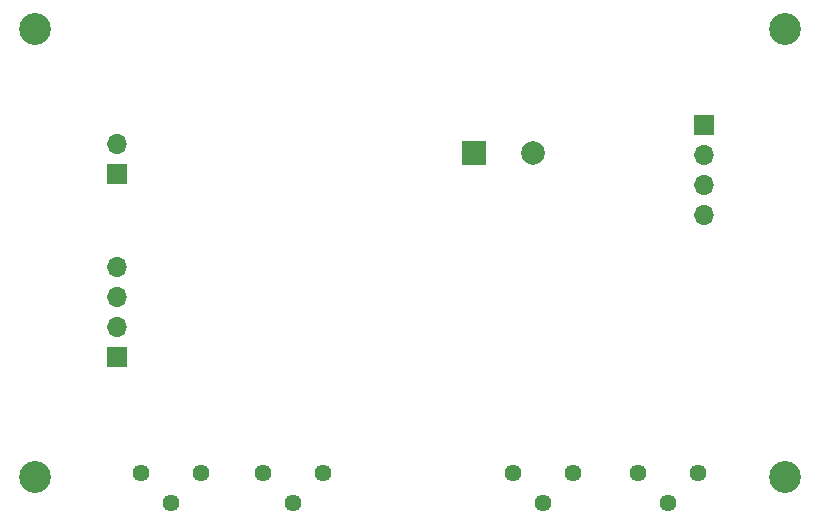
<source format=gbr>
%TF.GenerationSoftware,KiCad,Pcbnew,9.0.0*%
%TF.CreationDate,2025-03-02T16:31:14-06:00*%
%TF.ProjectId,peak-read-amp,7065616b-2d72-4656-9164-2d616d702e6b,rev?*%
%TF.SameCoordinates,Original*%
%TF.FileFunction,Soldermask,Bot*%
%TF.FilePolarity,Negative*%
%FSLAX46Y46*%
G04 Gerber Fmt 4.6, Leading zero omitted, Abs format (unit mm)*
G04 Created by KiCad (PCBNEW 9.0.0) date 2025-03-02 16:31:14*
%MOMM*%
%LPD*%
G01*
G04 APERTURE LIST*
%ADD10R,2.000000X2.000000*%
%ADD11C,2.000000*%
%ADD12C,2.700000*%
%ADD13C,1.440000*%
%ADD14R,1.700000X1.700000*%
%ADD15O,1.700000X1.700000*%
G04 APERTURE END LIST*
D10*
%TO.C,C2*%
X116132323Y-112000000D03*
D11*
X121132323Y-112000000D03*
%TD*%
D12*
%TO.C,H2*%
X142500000Y-101500000D03*
%TD*%
D13*
%TO.C,RV1*%
X124550000Y-139125000D03*
X122010000Y-141665000D03*
X119470000Y-139125000D03*
%TD*%
D12*
%TO.C,H4*%
X79000000Y-139500000D03*
%TD*%
D13*
%TO.C,RV2*%
X135080000Y-139125000D03*
X132540000Y-141665000D03*
X130000000Y-139125000D03*
%TD*%
%TO.C,RV3*%
X93050000Y-139125000D03*
X90510000Y-141665000D03*
X87970000Y-139125000D03*
%TD*%
%TO.C,RV4*%
X103300000Y-139125000D03*
X100760000Y-141665000D03*
X98220000Y-139125000D03*
%TD*%
D12*
%TO.C,H3*%
X142500000Y-139500000D03*
%TD*%
D14*
%TO.C,J1*%
X85875000Y-113775000D03*
D15*
X85875000Y-111235000D03*
%TD*%
D14*
%TO.C,J3*%
X135625000Y-109700000D03*
D15*
X135625000Y-112240000D03*
X135625000Y-114780000D03*
X135625000Y-117320000D03*
%TD*%
D14*
%TO.C,J2*%
X85875000Y-129300000D03*
D15*
X85875000Y-126760000D03*
X85875000Y-124220000D03*
X85875000Y-121680000D03*
%TD*%
D12*
%TO.C,H1*%
X79000000Y-101500000D03*
%TD*%
M02*

</source>
